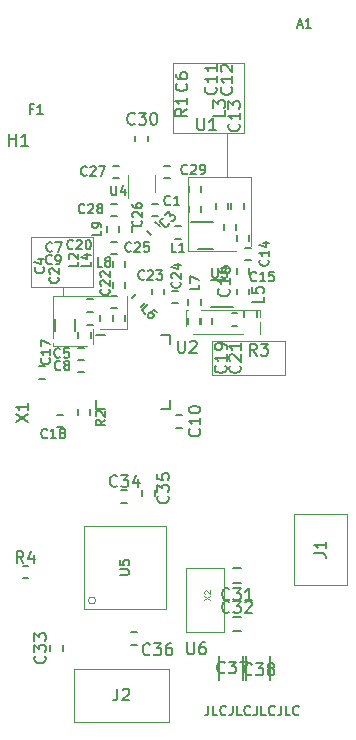
<source format=gbr>
G04 #@! TF.GenerationSoftware,KiCad,Pcbnew,(5.1.4)-1*
G04 #@! TF.CreationDate,2020-12-03T17:16:16+01:00*
G04 #@! TF.ProjectId,LoRa_Balloon,4c6f5261-5f42-4616-9c6c-6f6f6e2e6b69,2*
G04 #@! TF.SameCoordinates,Original*
G04 #@! TF.FileFunction,Legend,Top*
G04 #@! TF.FilePolarity,Positive*
%FSLAX46Y46*%
G04 Gerber Fmt 4.6, Leading zero omitted, Abs format (unit mm)*
G04 Created by KiCad (PCBNEW (5.1.4)-1) date 2020-12-03 17:16:16*
%MOMM*%
%LPD*%
G04 APERTURE LIST*
%ADD10C,0.150000*%
%ADD11C,0.120000*%
%ADD12C,0.080000*%
%ADD13C,0.125000*%
G04 APERTURE END LIST*
D10*
X118054761Y-160561904D02*
X118054761Y-161133333D01*
X118016666Y-161247619D01*
X117940476Y-161323809D01*
X117826190Y-161361904D01*
X117750000Y-161361904D01*
X118816666Y-161361904D02*
X118435714Y-161361904D01*
X118435714Y-160561904D01*
X119540476Y-161285714D02*
X119502380Y-161323809D01*
X119388095Y-161361904D01*
X119311904Y-161361904D01*
X119197619Y-161323809D01*
X119121428Y-161247619D01*
X119083333Y-161171428D01*
X119045238Y-161019047D01*
X119045238Y-160904761D01*
X119083333Y-160752380D01*
X119121428Y-160676190D01*
X119197619Y-160600000D01*
X119311904Y-160561904D01*
X119388095Y-160561904D01*
X119502380Y-160600000D01*
X119540476Y-160638095D01*
X120111904Y-160561904D02*
X120111904Y-161133333D01*
X120073809Y-161247619D01*
X119997619Y-161323809D01*
X119883333Y-161361904D01*
X119807142Y-161361904D01*
X120873809Y-161361904D02*
X120492857Y-161361904D01*
X120492857Y-160561904D01*
X121597619Y-161285714D02*
X121559523Y-161323809D01*
X121445238Y-161361904D01*
X121369047Y-161361904D01*
X121254761Y-161323809D01*
X121178571Y-161247619D01*
X121140476Y-161171428D01*
X121102380Y-161019047D01*
X121102380Y-160904761D01*
X121140476Y-160752380D01*
X121178571Y-160676190D01*
X121254761Y-160600000D01*
X121369047Y-160561904D01*
X121445238Y-160561904D01*
X121559523Y-160600000D01*
X121597619Y-160638095D01*
X122169047Y-160561904D02*
X122169047Y-161133333D01*
X122130952Y-161247619D01*
X122054761Y-161323809D01*
X121940476Y-161361904D01*
X121864285Y-161361904D01*
X122930952Y-161361904D02*
X122550000Y-161361904D01*
X122550000Y-160561904D01*
X123654761Y-161285714D02*
X123616666Y-161323809D01*
X123502380Y-161361904D01*
X123426190Y-161361904D01*
X123311904Y-161323809D01*
X123235714Y-161247619D01*
X123197619Y-161171428D01*
X123159523Y-161019047D01*
X123159523Y-160904761D01*
X123197619Y-160752380D01*
X123235714Y-160676190D01*
X123311904Y-160600000D01*
X123426190Y-160561904D01*
X123502380Y-160561904D01*
X123616666Y-160600000D01*
X123654761Y-160638095D01*
X124226190Y-160561904D02*
X124226190Y-161133333D01*
X124188095Y-161247619D01*
X124111904Y-161323809D01*
X123997619Y-161361904D01*
X123921428Y-161361904D01*
X124988095Y-161361904D02*
X124607142Y-161361904D01*
X124607142Y-160561904D01*
X125711904Y-161285714D02*
X125673809Y-161323809D01*
X125559523Y-161361904D01*
X125483333Y-161361904D01*
X125369047Y-161323809D01*
X125292857Y-161247619D01*
X125254761Y-161171428D01*
X125216666Y-161019047D01*
X125216666Y-160904761D01*
X125254761Y-160752380D01*
X125292857Y-160676190D01*
X125369047Y-160600000D01*
X125483333Y-160561904D01*
X125559523Y-160561904D01*
X125673809Y-160600000D01*
X125711904Y-160638095D01*
D11*
X105751000Y-125836600D02*
X105751000Y-125112700D01*
X104887400Y-130103800D02*
X104887400Y-129824400D01*
X111186600Y-128706800D02*
X111186600Y-125912800D01*
X108913300Y-128706800D02*
X111186600Y-128706800D01*
X108278300Y-129926000D02*
X108278300Y-128706800D01*
X104887400Y-130103800D02*
X107770300Y-130103800D01*
X104887400Y-125836600D02*
X104887400Y-129418000D01*
X109789600Y-125836600D02*
X104887400Y-125836600D01*
X103071300Y-120909000D02*
X108278300Y-120909000D01*
X103071300Y-125100000D02*
X103071300Y-120909000D01*
X108278300Y-125100000D02*
X103071300Y-125100000D01*
X108278300Y-120909000D02*
X108278300Y-125100000D01*
X116723800Y-129075100D02*
X120965600Y-129075100D01*
X122451500Y-128097200D02*
X122451500Y-129075100D01*
X122451500Y-127043100D02*
X122451500Y-127665400D01*
X117447700Y-127043100D02*
X122451500Y-127043100D01*
X116152300Y-127043100D02*
X116304700Y-127043100D01*
X116152300Y-128402000D02*
X116152300Y-127043100D01*
X124572400Y-129672000D02*
X118324000Y-129672000D01*
X124572400Y-132593000D02*
X124572400Y-129672000D01*
X118324000Y-132593000D02*
X124572400Y-132593000D01*
X118324000Y-129672000D02*
X118324000Y-132593000D01*
X119594000Y-112138380D02*
X119594000Y-115803600D01*
X121702200Y-115829000D02*
X121702200Y-121620200D01*
X116292000Y-115829000D02*
X121702200Y-115829000D01*
X116292000Y-122077400D02*
X120406800Y-122077400D01*
X116292000Y-115829000D02*
X116292000Y-122077400D01*
X121029620Y-112090120D02*
X115029620Y-112090120D01*
X121029480Y-106131320D02*
X121029620Y-112090120D01*
X115029620Y-106128740D02*
X121029620Y-106128740D01*
X115029620Y-112087580D02*
X115029620Y-106128780D01*
X125310000Y-150340000D02*
X129810000Y-150340000D01*
X129810000Y-150340000D02*
X129810000Y-144340000D01*
X125310000Y-144340000D02*
X129810000Y-144340000D01*
X125310000Y-150340000D02*
X125310000Y-144340000D01*
D10*
X110502560Y-120445680D02*
X110502560Y-119945680D01*
X109452560Y-119945680D02*
X109452560Y-120445680D01*
X123283460Y-158380860D02*
X123283460Y-156380860D01*
X121233460Y-156380860D02*
X121233460Y-158380860D01*
X118934760Y-156380860D02*
X118934760Y-158380860D01*
X120984760Y-158380860D02*
X120984760Y-156380860D01*
D11*
X106691300Y-157411780D02*
X106691300Y-161911780D01*
X106691300Y-161911780D02*
X114691300Y-161911780D01*
X114691300Y-157411780D02*
X114691300Y-161911780D01*
X106691300Y-157411780D02*
X114691300Y-157411780D01*
D10*
X111492860Y-155383640D02*
X111992860Y-155383640D01*
X111992860Y-154333640D02*
X111492860Y-154333640D01*
D12*
X116180440Y-154282040D02*
X119380440Y-154282040D01*
X119380440Y-154282040D02*
X119380440Y-148882040D01*
X119380440Y-148882040D02*
X116180440Y-148882040D01*
X116180440Y-154282040D02*
X116180440Y-148882040D01*
D11*
X107491020Y-152351540D02*
X107491020Y-145351540D01*
X107491020Y-145351540D02*
X114491020Y-145351540D01*
X114491020Y-152351540D02*
X114491020Y-145351540D01*
X107491020Y-152351540D02*
X114491020Y-152351540D01*
X108491020Y-151651540D02*
G75*
G03X108491020Y-151651540I-300000J0D01*
G01*
D10*
X108919160Y-127511920D02*
X108919160Y-128011920D01*
X109969160Y-128011920D02*
X109969160Y-127511920D01*
X113761120Y-118072600D02*
X113261120Y-118072600D01*
X113261120Y-119122600D02*
X113761120Y-119122600D01*
X108094640Y-129416960D02*
X108094640Y-128916960D01*
X107044640Y-128916960D02*
X107044640Y-129416960D01*
X113927326Y-119976104D02*
X113573772Y-119622550D01*
X112831310Y-120365012D02*
X113184864Y-120718566D01*
X105073720Y-127816400D02*
X105073720Y-128816400D01*
X106773720Y-128816400D02*
X106773720Y-127816400D01*
X107486900Y-130239200D02*
X106986900Y-130239200D01*
X106986900Y-131289200D02*
X107486900Y-131289200D01*
X116396920Y-116541240D02*
X116396920Y-117041240D01*
X117446920Y-117041240D02*
X117446920Y-116541240D01*
X108273880Y-126165040D02*
X107773880Y-126165040D01*
X107773880Y-127215040D02*
X108273880Y-127215040D01*
X106991560Y-132345840D02*
X107491560Y-132345840D01*
X107491560Y-131295840D02*
X106991560Y-131295840D01*
X107773880Y-128292000D02*
X108273880Y-128292000D01*
X108273880Y-127242000D02*
X107773880Y-127242000D01*
X115297780Y-137009280D02*
X115797780Y-137009280D01*
X115797780Y-135959280D02*
X115297780Y-135959280D01*
X119753240Y-118507240D02*
X119753240Y-118007240D01*
X118703240Y-118007240D02*
X118703240Y-118507240D01*
X119998640Y-118007240D02*
X119998640Y-118507240D01*
X121048640Y-118507240D02*
X121048640Y-118007240D01*
X121485520Y-121191600D02*
X121485520Y-120691600D01*
X120435520Y-120691600D02*
X120435520Y-121191600D01*
X121660520Y-121811480D02*
X121160520Y-121811480D01*
X121160520Y-122861480D02*
X121660520Y-122861480D01*
X121485520Y-123996600D02*
X121485520Y-123496600D01*
X120435520Y-123496600D02*
X120435520Y-123996600D01*
X121101000Y-127174100D02*
X121101000Y-127674100D01*
X122151000Y-127674100D02*
X122151000Y-127174100D01*
X104204800Y-131824160D02*
X103704800Y-131824160D01*
X103704800Y-132874160D02*
X104204800Y-132874160D01*
X105261820Y-136958480D02*
X105761820Y-136958480D01*
X105761820Y-135908480D02*
X105261820Y-135908480D01*
X117388500Y-128240520D02*
X117388500Y-127740520D01*
X116338500Y-127740520D02*
X116338500Y-128240520D01*
X110295720Y-125839920D02*
X109795720Y-125839920D01*
X109795720Y-126889920D02*
X110295720Y-126889920D01*
X117349420Y-127740520D02*
X117349420Y-128240520D01*
X118399420Y-128240520D02*
X118399420Y-127740520D01*
X111020720Y-125209880D02*
X111020720Y-124709880D01*
X109970720Y-124709880D02*
X109970720Y-125209880D01*
X113272720Y-125240740D02*
X113272720Y-125740740D01*
X114322720Y-125740740D02*
X114322720Y-125240740D01*
X115510340Y-125413200D02*
X115010340Y-125413200D01*
X115010340Y-126463200D02*
X115510340Y-126463200D01*
X109788100Y-122315380D02*
X110288100Y-122315380D01*
X110288100Y-121265380D02*
X109788100Y-121265380D01*
X111549040Y-120445680D02*
X111549040Y-119945680D01*
X110499040Y-119945680D02*
X110499040Y-120445680D01*
X110471400Y-114872200D02*
X109971400Y-114872200D01*
X109971400Y-115922200D02*
X110471400Y-115922200D01*
X110306720Y-118067520D02*
X109806720Y-118067520D01*
X109806720Y-119117520D02*
X110306720Y-119117520D01*
X114314800Y-115922200D02*
X114814800Y-115922200D01*
X114814800Y-114872200D02*
X114314800Y-114872200D01*
X111880800Y-112287160D02*
X111880800Y-112787160D01*
X112930800Y-112787160D02*
X112930800Y-112287160D01*
X120127920Y-148932040D02*
X120827920Y-148932040D01*
X120827920Y-150132040D02*
X120127920Y-150132040D01*
X120827920Y-154232040D02*
X120127920Y-154232040D01*
X120127920Y-153032040D02*
X120827920Y-153032040D01*
X105719740Y-155957420D02*
X105719740Y-155457420D01*
X104669740Y-155457420D02*
X104669740Y-155957420D01*
X110692340Y-143371980D02*
X111192340Y-143371980D01*
X111192340Y-142321980D02*
X110692340Y-142321980D01*
X112465000Y-142302340D02*
X112465000Y-142802340D01*
X113515000Y-142802340D02*
X113515000Y-142302340D01*
X115724120Y-119962360D02*
X115224120Y-119962360D01*
X115224120Y-121012360D02*
X115724120Y-121012360D01*
X120403480Y-120287360D02*
X120403480Y-119787360D01*
X119353480Y-119787360D02*
X119353480Y-120287360D01*
X111020720Y-128014880D02*
X111020720Y-127514880D01*
X109970720Y-127514880D02*
X109970720Y-128014880D01*
X121485520Y-125739040D02*
X121485520Y-125239040D01*
X120435520Y-125239040D02*
X120435520Y-125739040D01*
X111917404Y-125710232D02*
X111563850Y-126063786D01*
X112306312Y-126806248D02*
X112659866Y-126452694D01*
X117388500Y-126637780D02*
X117388500Y-126137780D01*
X116338500Y-126137780D02*
X116338500Y-126637780D01*
X111020720Y-123450080D02*
X111020720Y-122950080D01*
X109970720Y-122950080D02*
X109970720Y-123450080D01*
X116396920Y-118293840D02*
X116396920Y-118793840D01*
X117446920Y-118793840D02*
X117446920Y-118293840D01*
X107016700Y-135467200D02*
X107016700Y-135967200D01*
X108066700Y-135967200D02*
X108066700Y-135467200D01*
X120014560Y-128398680D02*
X120514560Y-128398680D01*
X120514560Y-127348680D02*
X120014560Y-127348680D01*
X102815840Y-148726540D02*
X102315840Y-148726540D01*
X102315840Y-149776540D02*
X102815840Y-149776540D01*
X117176160Y-121886280D02*
X118476160Y-121886280D01*
X116601160Y-119586280D02*
X118476160Y-119586280D01*
X114844120Y-129163720D02*
X114844120Y-129953720D01*
X108544120Y-135463720D02*
X108544120Y-134673720D01*
X114844120Y-135463720D02*
X114844120Y-134673720D01*
X108544120Y-129163720D02*
X109334120Y-129163720D01*
X108544120Y-135463720D02*
X109334120Y-135463720D01*
X114844120Y-135463720D02*
X114054120Y-135463720D01*
X114844120Y-129163720D02*
X114054120Y-129163720D01*
X120137440Y-126838200D02*
X118262440Y-126838200D01*
X119562440Y-124538200D02*
X118262440Y-124538200D01*
D11*
X111245800Y-115647200D02*
X111245800Y-117547200D01*
X113565800Y-117047200D02*
X113565800Y-115647200D01*
D10*
X103198333Y-110031457D02*
X102931666Y-110031457D01*
X102931666Y-110450504D02*
X102931666Y-109650504D01*
X103312619Y-109650504D01*
X104036428Y-110450504D02*
X103579285Y-110450504D01*
X103807857Y-110450504D02*
X103807857Y-109650504D01*
X103731666Y-109764790D01*
X103655476Y-109840980D01*
X103579285Y-109879076D01*
X116271775Y-155202560D02*
X116271775Y-156012084D01*
X116319394Y-156107322D01*
X116367013Y-156154941D01*
X116462251Y-156202560D01*
X116652727Y-156202560D01*
X116747965Y-156154941D01*
X116795584Y-156107322D01*
X116843203Y-156012084D01*
X116843203Y-155202560D01*
X117747965Y-155202560D02*
X117557489Y-155202560D01*
X117462251Y-155250180D01*
X117414632Y-155297799D01*
X117319394Y-155440656D01*
X117271775Y-155631132D01*
X117271775Y-156012084D01*
X117319394Y-156107322D01*
X117367013Y-156154941D01*
X117462251Y-156202560D01*
X117652727Y-156202560D01*
X117747965Y-156154941D01*
X117795584Y-156107322D01*
X117843203Y-156012084D01*
X117843203Y-155773989D01*
X117795584Y-155678751D01*
X117747965Y-155631132D01*
X117652727Y-155583513D01*
X117462251Y-155583513D01*
X117367013Y-155631132D01*
X117319394Y-155678751D01*
X117271775Y-155773989D01*
X127012380Y-147673333D02*
X127726666Y-147673333D01*
X127869523Y-147720952D01*
X127964761Y-147816190D01*
X128012380Y-147959047D01*
X128012380Y-148054285D01*
X128012380Y-146673333D02*
X128012380Y-147244761D01*
X128012380Y-146959047D02*
X127012380Y-146959047D01*
X127155238Y-147054285D01*
X127250476Y-147149523D01*
X127298095Y-147244761D01*
X125611331Y-102914353D02*
X125992283Y-102914353D01*
X125535140Y-103142924D02*
X125801807Y-102342924D01*
X126068474Y-103142924D01*
X126754188Y-103142924D02*
X126297045Y-103142924D01*
X126525617Y-103142924D02*
X126525617Y-102342924D01*
X126449426Y-102457210D01*
X126373236Y-102533400D01*
X126297045Y-102571496D01*
X108978024Y-120336213D02*
X108978024Y-120717165D01*
X108178024Y-120717165D01*
X108978024Y-120031451D02*
X108978024Y-119879070D01*
X108939929Y-119802880D01*
X108901834Y-119764784D01*
X108787548Y-119688594D01*
X108635167Y-119650499D01*
X108330405Y-119650499D01*
X108254215Y-119688594D01*
X108216120Y-119726689D01*
X108178024Y-119802880D01*
X108178024Y-119955260D01*
X108216120Y-120031451D01*
X108254215Y-120069546D01*
X108330405Y-120107641D01*
X108520881Y-120107641D01*
X108597072Y-120069546D01*
X108635167Y-120031451D01*
X108673262Y-119955260D01*
X108673262Y-119802880D01*
X108635167Y-119726689D01*
X108597072Y-119688594D01*
X108520881Y-119650499D01*
X121734982Y-157882782D02*
X121687363Y-157930401D01*
X121544506Y-157978020D01*
X121449268Y-157978020D01*
X121306411Y-157930401D01*
X121211173Y-157835163D01*
X121163554Y-157739925D01*
X121115935Y-157549449D01*
X121115935Y-157406592D01*
X121163554Y-157216116D01*
X121211173Y-157120878D01*
X121306411Y-157025640D01*
X121449268Y-156978020D01*
X121544506Y-156978020D01*
X121687363Y-157025640D01*
X121734982Y-157073259D01*
X122068316Y-156978020D02*
X122687363Y-156978020D01*
X122354030Y-157358973D01*
X122496887Y-157358973D01*
X122592125Y-157406592D01*
X122639744Y-157454211D01*
X122687363Y-157549449D01*
X122687363Y-157787544D01*
X122639744Y-157882782D01*
X122592125Y-157930401D01*
X122496887Y-157978020D01*
X122211173Y-157978020D01*
X122115935Y-157930401D01*
X122068316Y-157882782D01*
X123258792Y-157406592D02*
X123163554Y-157358973D01*
X123115935Y-157311354D01*
X123068316Y-157216116D01*
X123068316Y-157168497D01*
X123115935Y-157073259D01*
X123163554Y-157025640D01*
X123258792Y-156978020D01*
X123449268Y-156978020D01*
X123544506Y-157025640D01*
X123592125Y-157073259D01*
X123639744Y-157168497D01*
X123639744Y-157216116D01*
X123592125Y-157311354D01*
X123544506Y-157358973D01*
X123449268Y-157406592D01*
X123258792Y-157406592D01*
X123163554Y-157454211D01*
X123115935Y-157501830D01*
X123068316Y-157597068D01*
X123068316Y-157787544D01*
X123115935Y-157882782D01*
X123163554Y-157930401D01*
X123258792Y-157978020D01*
X123449268Y-157978020D01*
X123544506Y-157930401D01*
X123592125Y-157882782D01*
X123639744Y-157787544D01*
X123639744Y-157597068D01*
X123592125Y-157501830D01*
X123544506Y-157454211D01*
X123449268Y-157406592D01*
X119436282Y-157738002D02*
X119388663Y-157785621D01*
X119245806Y-157833240D01*
X119150568Y-157833240D01*
X119007711Y-157785621D01*
X118912473Y-157690383D01*
X118864854Y-157595145D01*
X118817235Y-157404669D01*
X118817235Y-157261812D01*
X118864854Y-157071336D01*
X118912473Y-156976098D01*
X119007711Y-156880860D01*
X119150568Y-156833240D01*
X119245806Y-156833240D01*
X119388663Y-156880860D01*
X119436282Y-156928479D01*
X119769616Y-156833240D02*
X120388663Y-156833240D01*
X120055330Y-157214193D01*
X120198187Y-157214193D01*
X120293425Y-157261812D01*
X120341044Y-157309431D01*
X120388663Y-157404669D01*
X120388663Y-157642764D01*
X120341044Y-157738002D01*
X120293425Y-157785621D01*
X120198187Y-157833240D01*
X119912473Y-157833240D01*
X119817235Y-157785621D01*
X119769616Y-157738002D01*
X120721997Y-156833240D02*
X121388663Y-156833240D01*
X120960092Y-157833240D01*
X110357966Y-159114160D02*
X110357966Y-159828446D01*
X110310347Y-159971303D01*
X110215109Y-160066541D01*
X110072252Y-160114160D01*
X109977014Y-160114160D01*
X110786538Y-159209399D02*
X110834157Y-159161780D01*
X110929395Y-159114160D01*
X111167490Y-159114160D01*
X111262728Y-159161780D01*
X111310347Y-159209399D01*
X111357966Y-159304637D01*
X111357966Y-159399875D01*
X111310347Y-159542732D01*
X110738919Y-160114160D01*
X111357966Y-160114160D01*
X113109142Y-156191142D02*
X113061523Y-156238761D01*
X112918666Y-156286380D01*
X112823428Y-156286380D01*
X112680571Y-156238761D01*
X112585333Y-156143523D01*
X112537714Y-156048285D01*
X112490095Y-155857809D01*
X112490095Y-155714952D01*
X112537714Y-155524476D01*
X112585333Y-155429238D01*
X112680571Y-155334000D01*
X112823428Y-155286380D01*
X112918666Y-155286380D01*
X113061523Y-155334000D01*
X113109142Y-155381619D01*
X113442476Y-155286380D02*
X114061523Y-155286380D01*
X113728190Y-155667333D01*
X113871047Y-155667333D01*
X113966285Y-155714952D01*
X114013904Y-155762571D01*
X114061523Y-155857809D01*
X114061523Y-156095904D01*
X114013904Y-156191142D01*
X113966285Y-156238761D01*
X113871047Y-156286380D01*
X113585333Y-156286380D01*
X113490095Y-156238761D01*
X113442476Y-156191142D01*
X114918666Y-155286380D02*
X114728190Y-155286380D01*
X114632952Y-155334000D01*
X114585333Y-155381619D01*
X114490095Y-155524476D01*
X114442476Y-155714952D01*
X114442476Y-156095904D01*
X114490095Y-156191142D01*
X114537714Y-156238761D01*
X114632952Y-156286380D01*
X114823428Y-156286380D01*
X114918666Y-156238761D01*
X114966285Y-156191142D01*
X115013904Y-156095904D01*
X115013904Y-155857809D01*
X114966285Y-155762571D01*
X114918666Y-155714952D01*
X114823428Y-155667333D01*
X114632952Y-155667333D01*
X114537714Y-155714952D01*
X114490095Y-155762571D01*
X114442476Y-155857809D01*
D13*
X117719990Y-151585481D02*
X118219990Y-151252148D01*
X117719990Y-151252148D02*
X118219990Y-151585481D01*
X117767609Y-151085481D02*
X117743800Y-151061672D01*
X117719990Y-151014053D01*
X117719990Y-150895005D01*
X117743800Y-150847386D01*
X117767609Y-150823577D01*
X117815228Y-150799767D01*
X117862847Y-150799767D01*
X117934276Y-150823577D01*
X118219990Y-151109291D01*
X118219990Y-150799767D01*
D10*
X110552924Y-149461063D02*
X111200543Y-149461063D01*
X111276734Y-149422968D01*
X111314829Y-149384873D01*
X111352924Y-149308682D01*
X111352924Y-149156301D01*
X111314829Y-149080111D01*
X111276734Y-149042016D01*
X111200543Y-149003920D01*
X110552924Y-149003920D01*
X110552924Y-148242016D02*
X110552924Y-148622968D01*
X110933877Y-148661063D01*
X110895781Y-148622968D01*
X110857686Y-148546778D01*
X110857686Y-148356301D01*
X110895781Y-148280111D01*
X110933877Y-148242016D01*
X111010067Y-148203920D01*
X111200543Y-148203920D01*
X111276734Y-148242016D01*
X111314829Y-148280111D01*
X111352924Y-148356301D01*
X111352924Y-148546778D01*
X111314829Y-148622968D01*
X111276734Y-148661063D01*
X107014604Y-122972733D02*
X107014604Y-123353685D01*
X106214604Y-123353685D01*
X106290795Y-122744161D02*
X106252700Y-122706066D01*
X106214604Y-122629876D01*
X106214604Y-122439400D01*
X106252700Y-122363209D01*
X106290795Y-122325114D01*
X106366985Y-122287019D01*
X106443176Y-122287019D01*
X106557461Y-122325114D01*
X107014604Y-122782257D01*
X107014604Y-122287019D01*
X114825166Y-118095914D02*
X114787071Y-118134009D01*
X114672785Y-118172104D01*
X114596595Y-118172104D01*
X114482309Y-118134009D01*
X114406119Y-118057819D01*
X114368023Y-117981628D01*
X114329928Y-117829247D01*
X114329928Y-117714961D01*
X114368023Y-117562580D01*
X114406119Y-117486390D01*
X114482309Y-117410200D01*
X114596595Y-117372104D01*
X114672785Y-117372104D01*
X114787071Y-117410200D01*
X114825166Y-117448295D01*
X115587071Y-118172104D02*
X115129928Y-118172104D01*
X115358500Y-118172104D02*
X115358500Y-117372104D01*
X115282309Y-117486390D01*
X115206119Y-117562580D01*
X115129928Y-117600676D01*
X105300114Y-124293533D02*
X105338209Y-124331628D01*
X105376304Y-124445914D01*
X105376304Y-124522104D01*
X105338209Y-124636390D01*
X105262019Y-124712580D01*
X105185828Y-124750676D01*
X105033447Y-124788771D01*
X104919161Y-124788771D01*
X104766780Y-124750676D01*
X104690590Y-124712580D01*
X104614400Y-124636390D01*
X104576304Y-124522104D01*
X104576304Y-124445914D01*
X104614400Y-124331628D01*
X104652495Y-124293533D01*
X104652495Y-123988771D02*
X104614400Y-123950676D01*
X104576304Y-123874485D01*
X104576304Y-123684009D01*
X104614400Y-123607819D01*
X104652495Y-123569723D01*
X104728685Y-123531628D01*
X104804876Y-123531628D01*
X104919161Y-123569723D01*
X105376304Y-124026866D01*
X105376304Y-123531628D01*
X114710649Y-119732112D02*
X114710649Y-119785987D01*
X114656774Y-119893736D01*
X114602899Y-119947611D01*
X114495150Y-120001486D01*
X114387400Y-120001486D01*
X114306588Y-119974549D01*
X114171901Y-119893736D01*
X114091089Y-119812924D01*
X114010277Y-119678237D01*
X113983339Y-119597425D01*
X113983339Y-119489675D01*
X114037214Y-119381926D01*
X114091089Y-119328051D01*
X114198838Y-119274176D01*
X114252713Y-119274176D01*
X114387400Y-119031739D02*
X114737587Y-118681553D01*
X114764524Y-119085614D01*
X114845336Y-119004802D01*
X114926148Y-118977865D01*
X114980023Y-118977865D01*
X115060835Y-119004802D01*
X115195522Y-119139489D01*
X115222460Y-119220301D01*
X115222460Y-119274176D01*
X115195522Y-119354988D01*
X115033898Y-119516613D01*
X114953086Y-119543550D01*
X114899211Y-119543550D01*
X104055514Y-123455333D02*
X104093609Y-123493428D01*
X104131704Y-123607714D01*
X104131704Y-123683904D01*
X104093609Y-123798190D01*
X104017419Y-123874380D01*
X103941228Y-123912476D01*
X103788847Y-123950571D01*
X103674561Y-123950571D01*
X103522180Y-123912476D01*
X103445990Y-123874380D01*
X103369800Y-123798190D01*
X103331704Y-123683904D01*
X103331704Y-123607714D01*
X103369800Y-123493428D01*
X103407895Y-123455333D01*
X103598371Y-122769619D02*
X104131704Y-122769619D01*
X103293609Y-122960095D02*
X103865038Y-123150571D01*
X103865038Y-122655333D01*
X105503366Y-131011814D02*
X105465271Y-131049909D01*
X105350985Y-131088004D01*
X105274795Y-131088004D01*
X105160509Y-131049909D01*
X105084319Y-130973719D01*
X105046223Y-130897528D01*
X105008128Y-130745147D01*
X105008128Y-130630861D01*
X105046223Y-130478480D01*
X105084319Y-130402290D01*
X105160509Y-130326100D01*
X105274795Y-130288004D01*
X105350985Y-130288004D01*
X105465271Y-130326100D01*
X105503366Y-130364195D01*
X106227176Y-130288004D02*
X105846223Y-130288004D01*
X105808128Y-130668957D01*
X105846223Y-130630861D01*
X105922414Y-130592766D01*
X106112890Y-130592766D01*
X106189080Y-130630861D01*
X106227176Y-130668957D01*
X106265271Y-130745147D01*
X106265271Y-130935623D01*
X106227176Y-131011814D01*
X106189080Y-131049909D01*
X106112890Y-131088004D01*
X105922414Y-131088004D01*
X105846223Y-131049909D01*
X105808128Y-131011814D01*
X116186862Y-107893066D02*
X116234481Y-107940685D01*
X116282100Y-108083542D01*
X116282100Y-108178780D01*
X116234481Y-108321638D01*
X116139243Y-108416876D01*
X116044005Y-108464495D01*
X115853529Y-108512114D01*
X115710672Y-108512114D01*
X115520196Y-108464495D01*
X115424958Y-108416876D01*
X115329720Y-108321638D01*
X115282100Y-108178780D01*
X115282100Y-108083542D01*
X115329720Y-107940685D01*
X115377339Y-107893066D01*
X115282100Y-107035923D02*
X115282100Y-107226400D01*
X115329720Y-107321638D01*
X115377339Y-107369257D01*
X115520196Y-107464495D01*
X115710672Y-107512114D01*
X116091624Y-107512114D01*
X116186862Y-107464495D01*
X116234481Y-107416876D01*
X116282100Y-107321638D01*
X116282100Y-107131161D01*
X116234481Y-107035923D01*
X116186862Y-106988304D01*
X116091624Y-106940685D01*
X115853529Y-106940685D01*
X115758291Y-106988304D01*
X115710672Y-107035923D01*
X115663053Y-107131161D01*
X115663053Y-107321638D01*
X115710672Y-107416876D01*
X115758291Y-107464495D01*
X115853529Y-107512114D01*
X104830266Y-122045614D02*
X104792171Y-122083709D01*
X104677885Y-122121804D01*
X104601695Y-122121804D01*
X104487409Y-122083709D01*
X104411219Y-122007519D01*
X104373123Y-121931328D01*
X104335028Y-121778947D01*
X104335028Y-121664661D01*
X104373123Y-121512280D01*
X104411219Y-121436090D01*
X104487409Y-121359900D01*
X104601695Y-121321804D01*
X104677885Y-121321804D01*
X104792171Y-121359900D01*
X104830266Y-121397995D01*
X105096933Y-121321804D02*
X105630266Y-121321804D01*
X105287409Y-122121804D01*
X105528766Y-132065914D02*
X105490671Y-132104009D01*
X105376385Y-132142104D01*
X105300195Y-132142104D01*
X105185909Y-132104009D01*
X105109719Y-132027819D01*
X105071623Y-131951628D01*
X105033528Y-131799247D01*
X105033528Y-131684961D01*
X105071623Y-131532580D01*
X105109719Y-131456390D01*
X105185909Y-131380200D01*
X105300195Y-131342104D01*
X105376385Y-131342104D01*
X105490671Y-131380200D01*
X105528766Y-131418295D01*
X105985909Y-131684961D02*
X105909719Y-131646866D01*
X105871623Y-131608771D01*
X105833528Y-131532580D01*
X105833528Y-131494485D01*
X105871623Y-131418295D01*
X105909719Y-131380200D01*
X105985909Y-131342104D01*
X106138290Y-131342104D01*
X106214480Y-131380200D01*
X106252576Y-131418295D01*
X106290671Y-131494485D01*
X106290671Y-131532580D01*
X106252576Y-131608771D01*
X106214480Y-131646866D01*
X106138290Y-131684961D01*
X105985909Y-131684961D01*
X105909719Y-131723057D01*
X105871623Y-131761152D01*
X105833528Y-131837342D01*
X105833528Y-131989723D01*
X105871623Y-132065914D01*
X105909719Y-132104009D01*
X105985909Y-132142104D01*
X106138290Y-132142104D01*
X106214480Y-132104009D01*
X106252576Y-132065914D01*
X106290671Y-131989723D01*
X106290671Y-131837342D01*
X106252576Y-131761152D01*
X106214480Y-131723057D01*
X106138290Y-131684961D01*
X104792166Y-123125114D02*
X104754071Y-123163209D01*
X104639785Y-123201304D01*
X104563595Y-123201304D01*
X104449309Y-123163209D01*
X104373119Y-123087019D01*
X104335023Y-123010828D01*
X104296928Y-122858447D01*
X104296928Y-122744161D01*
X104335023Y-122591780D01*
X104373119Y-122515590D01*
X104449309Y-122439400D01*
X104563595Y-122401304D01*
X104639785Y-122401304D01*
X104754071Y-122439400D01*
X104792166Y-122477495D01*
X105173119Y-123201304D02*
X105325500Y-123201304D01*
X105401690Y-123163209D01*
X105439785Y-123125114D01*
X105515976Y-123010828D01*
X105554071Y-122858447D01*
X105554071Y-122553685D01*
X105515976Y-122477495D01*
X105477880Y-122439400D01*
X105401690Y-122401304D01*
X105249309Y-122401304D01*
X105173119Y-122439400D01*
X105135023Y-122477495D01*
X105096928Y-122553685D01*
X105096928Y-122744161D01*
X105135023Y-122820352D01*
X105173119Y-122858447D01*
X105249309Y-122896542D01*
X105401690Y-122896542D01*
X105477880Y-122858447D01*
X105515976Y-122820352D01*
X105554071Y-122744161D01*
X117284142Y-137122057D02*
X117331761Y-137169676D01*
X117379380Y-137312533D01*
X117379380Y-137407771D01*
X117331761Y-137550628D01*
X117236523Y-137645866D01*
X117141285Y-137693485D01*
X116950809Y-137741104D01*
X116807952Y-137741104D01*
X116617476Y-137693485D01*
X116522238Y-137645866D01*
X116427000Y-137550628D01*
X116379380Y-137407771D01*
X116379380Y-137312533D01*
X116427000Y-137169676D01*
X116474619Y-137122057D01*
X117379380Y-136169676D02*
X117379380Y-136741104D01*
X117379380Y-136455390D02*
X116379380Y-136455390D01*
X116522238Y-136550628D01*
X116617476Y-136645866D01*
X116665095Y-136741104D01*
X116379380Y-135550628D02*
X116379380Y-135455390D01*
X116427000Y-135360152D01*
X116474619Y-135312533D01*
X116569857Y-135264914D01*
X116760333Y-135217295D01*
X116998428Y-135217295D01*
X117188904Y-135264914D01*
X117284142Y-135312533D01*
X117331761Y-135360152D01*
X117379380Y-135455390D01*
X117379380Y-135550628D01*
X117331761Y-135645866D01*
X117284142Y-135693485D01*
X117188904Y-135741104D01*
X116998428Y-135788723D01*
X116760333Y-135788723D01*
X116569857Y-135741104D01*
X116474619Y-135693485D01*
X116427000Y-135645866D01*
X116379380Y-135550628D01*
X118658282Y-108176217D02*
X118705901Y-108223836D01*
X118753520Y-108366693D01*
X118753520Y-108461931D01*
X118705901Y-108604788D01*
X118610663Y-108700026D01*
X118515425Y-108747645D01*
X118324949Y-108795264D01*
X118182092Y-108795264D01*
X117991616Y-108747645D01*
X117896378Y-108700026D01*
X117801140Y-108604788D01*
X117753520Y-108461931D01*
X117753520Y-108366693D01*
X117801140Y-108223836D01*
X117848759Y-108176217D01*
X118753520Y-107223836D02*
X118753520Y-107795264D01*
X118753520Y-107509550D02*
X117753520Y-107509550D01*
X117896378Y-107604788D01*
X117991616Y-107700026D01*
X118039235Y-107795264D01*
X118753520Y-106271455D02*
X118753520Y-106842883D01*
X118753520Y-106557169D02*
X117753520Y-106557169D01*
X117896378Y-106652407D01*
X117991616Y-106747645D01*
X118039235Y-106842883D01*
X119999402Y-108199077D02*
X120047021Y-108246696D01*
X120094640Y-108389553D01*
X120094640Y-108484791D01*
X120047021Y-108627648D01*
X119951783Y-108722886D01*
X119856545Y-108770505D01*
X119666069Y-108818124D01*
X119523212Y-108818124D01*
X119332736Y-108770505D01*
X119237498Y-108722886D01*
X119142260Y-108627648D01*
X119094640Y-108484791D01*
X119094640Y-108389553D01*
X119142260Y-108246696D01*
X119189879Y-108199077D01*
X120094640Y-107246696D02*
X120094640Y-107818124D01*
X120094640Y-107532410D02*
X119094640Y-107532410D01*
X119237498Y-107627648D01*
X119332736Y-107722886D01*
X119380355Y-107818124D01*
X119189879Y-106865743D02*
X119142260Y-106818124D01*
X119094640Y-106722886D01*
X119094640Y-106484791D01*
X119142260Y-106389553D01*
X119189879Y-106341934D01*
X119285117Y-106294315D01*
X119380355Y-106294315D01*
X119523212Y-106341934D01*
X120094640Y-106913362D01*
X120094640Y-106294315D01*
X120636942Y-111297877D02*
X120684561Y-111345496D01*
X120732180Y-111488353D01*
X120732180Y-111583591D01*
X120684561Y-111726448D01*
X120589323Y-111821686D01*
X120494085Y-111869305D01*
X120303609Y-111916924D01*
X120160752Y-111916924D01*
X119970276Y-111869305D01*
X119875038Y-111821686D01*
X119779800Y-111726448D01*
X119732180Y-111583591D01*
X119732180Y-111488353D01*
X119779800Y-111345496D01*
X119827419Y-111297877D01*
X120732180Y-110345496D02*
X120732180Y-110916924D01*
X120732180Y-110631210D02*
X119732180Y-110631210D01*
X119875038Y-110726448D01*
X119970276Y-110821686D01*
X120017895Y-110916924D01*
X119732180Y-110012162D02*
X119732180Y-109393115D01*
X120113133Y-109726448D01*
X120113133Y-109583591D01*
X120160752Y-109488353D01*
X120208371Y-109440734D01*
X120303609Y-109393115D01*
X120541704Y-109393115D01*
X120636942Y-109440734D01*
X120684561Y-109488353D01*
X120732180Y-109583591D01*
X120732180Y-109869305D01*
X120684561Y-109964543D01*
X120636942Y-110012162D01*
X123092814Y-122807585D02*
X123130909Y-122845680D01*
X123169004Y-122959966D01*
X123169004Y-123036157D01*
X123130909Y-123150442D01*
X123054719Y-123226633D01*
X122978528Y-123264728D01*
X122826147Y-123302823D01*
X122711861Y-123302823D01*
X122559480Y-123264728D01*
X122483290Y-123226633D01*
X122407100Y-123150442D01*
X122369004Y-123036157D01*
X122369004Y-122959966D01*
X122407100Y-122845680D01*
X122445195Y-122807585D01*
X123169004Y-122045680D02*
X123169004Y-122502823D01*
X123169004Y-122274252D02*
X122369004Y-122274252D01*
X122483290Y-122350442D01*
X122559480Y-122426633D01*
X122597576Y-122502823D01*
X122635671Y-121359966D02*
X123169004Y-121359966D01*
X122330909Y-121550442D02*
X122902338Y-121740919D01*
X122902338Y-121245680D01*
X122102314Y-124547514D02*
X122064219Y-124585609D01*
X121949933Y-124623704D01*
X121873742Y-124623704D01*
X121759457Y-124585609D01*
X121683266Y-124509419D01*
X121645171Y-124433228D01*
X121607076Y-124280847D01*
X121607076Y-124166561D01*
X121645171Y-124014180D01*
X121683266Y-123937990D01*
X121759457Y-123861800D01*
X121873742Y-123823704D01*
X121949933Y-123823704D01*
X122064219Y-123861800D01*
X122102314Y-123899895D01*
X122864219Y-124623704D02*
X122407076Y-124623704D01*
X122635647Y-124623704D02*
X122635647Y-123823704D01*
X122559457Y-123937990D01*
X122483266Y-124014180D01*
X122407076Y-124052276D01*
X123588028Y-123823704D02*
X123207076Y-123823704D01*
X123168980Y-124204657D01*
X123207076Y-124166561D01*
X123283266Y-124128466D01*
X123473742Y-124128466D01*
X123549933Y-124166561D01*
X123588028Y-124204657D01*
X123626123Y-124280847D01*
X123626123Y-124471323D01*
X123588028Y-124547514D01*
X123549933Y-124585609D01*
X123473742Y-124623704D01*
X123283266Y-124623704D01*
X123207076Y-124585609D01*
X123168980Y-124547514D01*
X119758102Y-125273377D02*
X119805721Y-125320996D01*
X119853340Y-125463853D01*
X119853340Y-125559091D01*
X119805721Y-125701948D01*
X119710483Y-125797186D01*
X119615245Y-125844805D01*
X119424769Y-125892424D01*
X119281912Y-125892424D01*
X119091436Y-125844805D01*
X118996198Y-125797186D01*
X118900960Y-125701948D01*
X118853340Y-125559091D01*
X118853340Y-125463853D01*
X118900960Y-125320996D01*
X118948579Y-125273377D01*
X119853340Y-124320996D02*
X119853340Y-124892424D01*
X119853340Y-124606710D02*
X118853340Y-124606710D01*
X118996198Y-124701948D01*
X119091436Y-124797186D01*
X119139055Y-124892424D01*
X118853340Y-123463853D02*
X118853340Y-123654329D01*
X118900960Y-123749567D01*
X118948579Y-123797186D01*
X119091436Y-123892424D01*
X119281912Y-123940043D01*
X119662864Y-123940043D01*
X119758102Y-123892424D01*
X119805721Y-123844805D01*
X119853340Y-123749567D01*
X119853340Y-123559091D01*
X119805721Y-123463853D01*
X119758102Y-123416234D01*
X119662864Y-123368615D01*
X119424769Y-123368615D01*
X119329531Y-123416234D01*
X119281912Y-123463853D01*
X119234293Y-123559091D01*
X119234293Y-123749567D01*
X119281912Y-123844805D01*
X119329531Y-123892424D01*
X119424769Y-123940043D01*
X104563514Y-131138785D02*
X104601609Y-131176880D01*
X104639704Y-131291166D01*
X104639704Y-131367357D01*
X104601609Y-131481642D01*
X104525419Y-131557833D01*
X104449228Y-131595928D01*
X104296847Y-131634023D01*
X104182561Y-131634023D01*
X104030180Y-131595928D01*
X103953990Y-131557833D01*
X103877800Y-131481642D01*
X103839704Y-131367357D01*
X103839704Y-131291166D01*
X103877800Y-131176880D01*
X103915895Y-131138785D01*
X104639704Y-130376880D02*
X104639704Y-130834023D01*
X104639704Y-130605452D02*
X103839704Y-130605452D01*
X103953990Y-130681642D01*
X104030180Y-130757833D01*
X104068276Y-130834023D01*
X103839704Y-130110214D02*
X103839704Y-129576880D01*
X104639704Y-129919738D01*
X104385814Y-137831714D02*
X104347719Y-137869809D01*
X104233433Y-137907904D01*
X104157242Y-137907904D01*
X104042957Y-137869809D01*
X103966766Y-137793619D01*
X103928671Y-137717428D01*
X103890576Y-137565047D01*
X103890576Y-137450761D01*
X103928671Y-137298380D01*
X103966766Y-137222190D01*
X104042957Y-137146000D01*
X104157242Y-137107904D01*
X104233433Y-137107904D01*
X104347719Y-137146000D01*
X104385814Y-137184095D01*
X105147719Y-137907904D02*
X104690576Y-137907904D01*
X104919147Y-137907904D02*
X104919147Y-137107904D01*
X104842957Y-137222190D01*
X104766766Y-137298380D01*
X104690576Y-137336476D01*
X105604861Y-137450761D02*
X105528671Y-137412666D01*
X105490576Y-137374571D01*
X105452480Y-137298380D01*
X105452480Y-137260285D01*
X105490576Y-137184095D01*
X105528671Y-137146000D01*
X105604861Y-137107904D01*
X105757242Y-137107904D01*
X105833433Y-137146000D01*
X105871528Y-137184095D01*
X105909623Y-137260285D01*
X105909623Y-137298380D01*
X105871528Y-137374571D01*
X105833433Y-137412666D01*
X105757242Y-137450761D01*
X105604861Y-137450761D01*
X105528671Y-137488857D01*
X105490576Y-137526952D01*
X105452480Y-137603142D01*
X105452480Y-137755523D01*
X105490576Y-137831714D01*
X105528671Y-137869809D01*
X105604861Y-137907904D01*
X105757242Y-137907904D01*
X105833433Y-137869809D01*
X105871528Y-137831714D01*
X105909623Y-137755523D01*
X105909623Y-137603142D01*
X105871528Y-137526952D01*
X105833433Y-137488857D01*
X105757242Y-137450761D01*
X119493942Y-131762657D02*
X119541561Y-131810276D01*
X119589180Y-131953133D01*
X119589180Y-132048371D01*
X119541561Y-132191228D01*
X119446323Y-132286466D01*
X119351085Y-132334085D01*
X119160609Y-132381704D01*
X119017752Y-132381704D01*
X118827276Y-132334085D01*
X118732038Y-132286466D01*
X118636800Y-132191228D01*
X118589180Y-132048371D01*
X118589180Y-131953133D01*
X118636800Y-131810276D01*
X118684419Y-131762657D01*
X119589180Y-130810276D02*
X119589180Y-131381704D01*
X119589180Y-131095990D02*
X118589180Y-131095990D01*
X118732038Y-131191228D01*
X118827276Y-131286466D01*
X118874895Y-131381704D01*
X119589180Y-130334085D02*
X119589180Y-130143609D01*
X119541561Y-130048371D01*
X119493942Y-130000752D01*
X119351085Y-129905514D01*
X119160609Y-129857895D01*
X118779657Y-129857895D01*
X118684419Y-129905514D01*
X118636800Y-129953133D01*
X118589180Y-130048371D01*
X118589180Y-130238847D01*
X118636800Y-130334085D01*
X118684419Y-130381704D01*
X118779657Y-130429323D01*
X119017752Y-130429323D01*
X119112990Y-130381704D01*
X119160609Y-130334085D01*
X119208228Y-130238847D01*
X119208228Y-130048371D01*
X119160609Y-129953133D01*
X119112990Y-129905514D01*
X119017752Y-129857895D01*
X106582914Y-121842414D02*
X106544819Y-121880509D01*
X106430533Y-121918604D01*
X106354342Y-121918604D01*
X106240057Y-121880509D01*
X106163866Y-121804319D01*
X106125771Y-121728128D01*
X106087676Y-121575747D01*
X106087676Y-121461461D01*
X106125771Y-121309080D01*
X106163866Y-121232890D01*
X106240057Y-121156700D01*
X106354342Y-121118604D01*
X106430533Y-121118604D01*
X106544819Y-121156700D01*
X106582914Y-121194795D01*
X106887676Y-121194795D02*
X106925771Y-121156700D01*
X107001961Y-121118604D01*
X107192438Y-121118604D01*
X107268628Y-121156700D01*
X107306723Y-121194795D01*
X107344819Y-121270985D01*
X107344819Y-121347176D01*
X107306723Y-121461461D01*
X106849580Y-121918604D01*
X107344819Y-121918604D01*
X107840057Y-121118604D02*
X107916247Y-121118604D01*
X107992438Y-121156700D01*
X108030533Y-121194795D01*
X108068628Y-121270985D01*
X108106723Y-121423366D01*
X108106723Y-121613842D01*
X108068628Y-121766223D01*
X108030533Y-121842414D01*
X107992438Y-121880509D01*
X107916247Y-121918604D01*
X107840057Y-121918604D01*
X107763866Y-121880509D01*
X107725771Y-121842414D01*
X107687676Y-121766223D01*
X107649580Y-121613842D01*
X107649580Y-121423366D01*
X107687676Y-121270985D01*
X107725771Y-121194795D01*
X107763866Y-121156700D01*
X107840057Y-121118604D01*
X120700442Y-131762657D02*
X120748061Y-131810276D01*
X120795680Y-131953133D01*
X120795680Y-132048371D01*
X120748061Y-132191228D01*
X120652823Y-132286466D01*
X120557585Y-132334085D01*
X120367109Y-132381704D01*
X120224252Y-132381704D01*
X120033776Y-132334085D01*
X119938538Y-132286466D01*
X119843300Y-132191228D01*
X119795680Y-132048371D01*
X119795680Y-131953133D01*
X119843300Y-131810276D01*
X119890919Y-131762657D01*
X119890919Y-131381704D02*
X119843300Y-131334085D01*
X119795680Y-131238847D01*
X119795680Y-131000752D01*
X119843300Y-130905514D01*
X119890919Y-130857895D01*
X119986157Y-130810276D01*
X120081395Y-130810276D01*
X120224252Y-130857895D01*
X120795680Y-131429323D01*
X120795680Y-130810276D01*
X120795680Y-129857895D02*
X120795680Y-130429323D01*
X120795680Y-130143609D02*
X119795680Y-130143609D01*
X119938538Y-130238847D01*
X120033776Y-130334085D01*
X120081395Y-130429323D01*
X109630814Y-125309485D02*
X109668909Y-125347580D01*
X109707004Y-125461866D01*
X109707004Y-125538057D01*
X109668909Y-125652342D01*
X109592719Y-125728533D01*
X109516528Y-125766628D01*
X109364147Y-125804723D01*
X109249861Y-125804723D01*
X109097480Y-125766628D01*
X109021290Y-125728533D01*
X108945100Y-125652342D01*
X108907004Y-125538057D01*
X108907004Y-125461866D01*
X108945100Y-125347580D01*
X108983195Y-125309485D01*
X108983195Y-125004723D02*
X108945100Y-124966628D01*
X108907004Y-124890438D01*
X108907004Y-124699961D01*
X108945100Y-124623771D01*
X108983195Y-124585676D01*
X109059385Y-124547580D01*
X109135576Y-124547580D01*
X109249861Y-124585676D01*
X109707004Y-125042819D01*
X109707004Y-124547580D01*
X108983195Y-124242819D02*
X108945100Y-124204723D01*
X108907004Y-124128533D01*
X108907004Y-123938057D01*
X108945100Y-123861866D01*
X108983195Y-123823771D01*
X109059385Y-123785676D01*
X109135576Y-123785676D01*
X109249861Y-123823771D01*
X109707004Y-124280914D01*
X109707004Y-123785676D01*
X112628114Y-124407814D02*
X112590019Y-124445909D01*
X112475733Y-124484004D01*
X112399542Y-124484004D01*
X112285257Y-124445909D01*
X112209066Y-124369719D01*
X112170971Y-124293528D01*
X112132876Y-124141147D01*
X112132876Y-124026861D01*
X112170971Y-123874480D01*
X112209066Y-123798290D01*
X112285257Y-123722100D01*
X112399542Y-123684004D01*
X112475733Y-123684004D01*
X112590019Y-123722100D01*
X112628114Y-123760195D01*
X112932876Y-123760195D02*
X112970971Y-123722100D01*
X113047161Y-123684004D01*
X113237638Y-123684004D01*
X113313828Y-123722100D01*
X113351923Y-123760195D01*
X113390019Y-123836385D01*
X113390019Y-123912576D01*
X113351923Y-124026861D01*
X112894780Y-124484004D01*
X113390019Y-124484004D01*
X113656685Y-123684004D02*
X114151923Y-123684004D01*
X113885257Y-123988766D01*
X113999542Y-123988766D01*
X114075733Y-124026861D01*
X114113828Y-124064957D01*
X114151923Y-124141147D01*
X114151923Y-124331623D01*
X114113828Y-124407814D01*
X114075733Y-124445909D01*
X113999542Y-124484004D01*
X113770971Y-124484004D01*
X113694780Y-124445909D01*
X113656685Y-124407814D01*
X115632834Y-124664325D02*
X115670929Y-124702420D01*
X115709024Y-124816706D01*
X115709024Y-124892897D01*
X115670929Y-125007182D01*
X115594739Y-125083373D01*
X115518548Y-125121468D01*
X115366167Y-125159563D01*
X115251881Y-125159563D01*
X115099500Y-125121468D01*
X115023310Y-125083373D01*
X114947120Y-125007182D01*
X114909024Y-124892897D01*
X114909024Y-124816706D01*
X114947120Y-124702420D01*
X114985215Y-124664325D01*
X114985215Y-124359563D02*
X114947120Y-124321468D01*
X114909024Y-124245278D01*
X114909024Y-124054801D01*
X114947120Y-123978611D01*
X114985215Y-123940516D01*
X115061405Y-123902420D01*
X115137596Y-123902420D01*
X115251881Y-123940516D01*
X115709024Y-124397659D01*
X115709024Y-123902420D01*
X115175691Y-123216706D02*
X115709024Y-123216706D01*
X114870929Y-123407182D02*
X115442358Y-123597659D01*
X115442358Y-123102420D01*
X111497814Y-122058314D02*
X111459719Y-122096409D01*
X111345433Y-122134504D01*
X111269242Y-122134504D01*
X111154957Y-122096409D01*
X111078766Y-122020219D01*
X111040671Y-121944028D01*
X111002576Y-121791647D01*
X111002576Y-121677361D01*
X111040671Y-121524980D01*
X111078766Y-121448790D01*
X111154957Y-121372600D01*
X111269242Y-121334504D01*
X111345433Y-121334504D01*
X111459719Y-121372600D01*
X111497814Y-121410695D01*
X111802576Y-121410695D02*
X111840671Y-121372600D01*
X111916861Y-121334504D01*
X112107338Y-121334504D01*
X112183528Y-121372600D01*
X112221623Y-121410695D01*
X112259719Y-121486885D01*
X112259719Y-121563076D01*
X112221623Y-121677361D01*
X111764480Y-122134504D01*
X112259719Y-122134504D01*
X112983528Y-121334504D02*
X112602576Y-121334504D01*
X112564480Y-121715457D01*
X112602576Y-121677361D01*
X112678766Y-121639266D01*
X112869242Y-121639266D01*
X112945433Y-121677361D01*
X112983528Y-121715457D01*
X113021623Y-121791647D01*
X113021623Y-121982123D01*
X112983528Y-122058314D01*
X112945433Y-122096409D01*
X112869242Y-122134504D01*
X112678766Y-122134504D01*
X112602576Y-122096409D01*
X112564480Y-122058314D01*
X112348614Y-119492885D02*
X112386709Y-119530980D01*
X112424804Y-119645266D01*
X112424804Y-119721457D01*
X112386709Y-119835742D01*
X112310519Y-119911933D01*
X112234328Y-119950028D01*
X112081947Y-119988123D01*
X111967661Y-119988123D01*
X111815280Y-119950028D01*
X111739090Y-119911933D01*
X111662900Y-119835742D01*
X111624804Y-119721457D01*
X111624804Y-119645266D01*
X111662900Y-119530980D01*
X111700995Y-119492885D01*
X111700995Y-119188123D02*
X111662900Y-119150028D01*
X111624804Y-119073838D01*
X111624804Y-118883361D01*
X111662900Y-118807171D01*
X111700995Y-118769076D01*
X111777185Y-118730980D01*
X111853376Y-118730980D01*
X111967661Y-118769076D01*
X112424804Y-119226219D01*
X112424804Y-118730980D01*
X111624804Y-118045266D02*
X111624804Y-118197647D01*
X111662900Y-118273838D01*
X111700995Y-118311933D01*
X111815280Y-118388123D01*
X111967661Y-118426219D01*
X112272423Y-118426219D01*
X112348614Y-118388123D01*
X112386709Y-118350028D01*
X112424804Y-118273838D01*
X112424804Y-118121457D01*
X112386709Y-118045266D01*
X112348614Y-118007171D01*
X112272423Y-117969076D01*
X112081947Y-117969076D01*
X112005757Y-118007171D01*
X111967661Y-118045266D01*
X111929566Y-118121457D01*
X111929566Y-118273838D01*
X111967661Y-118350028D01*
X112005757Y-118388123D01*
X112081947Y-118426219D01*
X107751314Y-115619414D02*
X107713219Y-115657509D01*
X107598933Y-115695604D01*
X107522742Y-115695604D01*
X107408457Y-115657509D01*
X107332266Y-115581319D01*
X107294171Y-115505128D01*
X107256076Y-115352747D01*
X107256076Y-115238461D01*
X107294171Y-115086080D01*
X107332266Y-115009890D01*
X107408457Y-114933700D01*
X107522742Y-114895604D01*
X107598933Y-114895604D01*
X107713219Y-114933700D01*
X107751314Y-114971795D01*
X108056076Y-114971795D02*
X108094171Y-114933700D01*
X108170361Y-114895604D01*
X108360838Y-114895604D01*
X108437028Y-114933700D01*
X108475123Y-114971795D01*
X108513219Y-115047985D01*
X108513219Y-115124176D01*
X108475123Y-115238461D01*
X108017980Y-115695604D01*
X108513219Y-115695604D01*
X108779885Y-114895604D02*
X109313219Y-114895604D01*
X108970361Y-115695604D01*
X107560814Y-118794414D02*
X107522719Y-118832509D01*
X107408433Y-118870604D01*
X107332242Y-118870604D01*
X107217957Y-118832509D01*
X107141766Y-118756319D01*
X107103671Y-118680128D01*
X107065576Y-118527747D01*
X107065576Y-118413461D01*
X107103671Y-118261080D01*
X107141766Y-118184890D01*
X107217957Y-118108700D01*
X107332242Y-118070604D01*
X107408433Y-118070604D01*
X107522719Y-118108700D01*
X107560814Y-118146795D01*
X107865576Y-118146795D02*
X107903671Y-118108700D01*
X107979861Y-118070604D01*
X108170338Y-118070604D01*
X108246528Y-118108700D01*
X108284623Y-118146795D01*
X108322719Y-118222985D01*
X108322719Y-118299176D01*
X108284623Y-118413461D01*
X107827480Y-118870604D01*
X108322719Y-118870604D01*
X108779861Y-118413461D02*
X108703671Y-118375366D01*
X108665576Y-118337271D01*
X108627480Y-118261080D01*
X108627480Y-118222985D01*
X108665576Y-118146795D01*
X108703671Y-118108700D01*
X108779861Y-118070604D01*
X108932242Y-118070604D01*
X109008433Y-118108700D01*
X109046528Y-118146795D01*
X109084623Y-118222985D01*
X109084623Y-118261080D01*
X109046528Y-118337271D01*
X109008433Y-118375366D01*
X108932242Y-118413461D01*
X108779861Y-118413461D01*
X108703671Y-118451557D01*
X108665576Y-118489652D01*
X108627480Y-118565842D01*
X108627480Y-118718223D01*
X108665576Y-118794414D01*
X108703671Y-118832509D01*
X108779861Y-118870604D01*
X108932242Y-118870604D01*
X109008433Y-118832509D01*
X109046528Y-118794414D01*
X109084623Y-118718223D01*
X109084623Y-118565842D01*
X109046528Y-118489652D01*
X109008433Y-118451557D01*
X108932242Y-118413461D01*
X116247614Y-115467014D02*
X116209519Y-115505109D01*
X116095233Y-115543204D01*
X116019042Y-115543204D01*
X115904757Y-115505109D01*
X115828566Y-115428919D01*
X115790471Y-115352728D01*
X115752376Y-115200347D01*
X115752376Y-115086061D01*
X115790471Y-114933680D01*
X115828566Y-114857490D01*
X115904757Y-114781300D01*
X116019042Y-114743204D01*
X116095233Y-114743204D01*
X116209519Y-114781300D01*
X116247614Y-114819395D01*
X116552376Y-114819395D02*
X116590471Y-114781300D01*
X116666661Y-114743204D01*
X116857138Y-114743204D01*
X116933328Y-114781300D01*
X116971423Y-114819395D01*
X117009519Y-114895585D01*
X117009519Y-114971776D01*
X116971423Y-115086061D01*
X116514280Y-115543204D01*
X117009519Y-115543204D01*
X117390471Y-115543204D02*
X117542852Y-115543204D01*
X117619042Y-115505109D01*
X117657138Y-115467014D01*
X117733328Y-115352728D01*
X117771423Y-115200347D01*
X117771423Y-114895585D01*
X117733328Y-114819395D01*
X117695233Y-114781300D01*
X117619042Y-114743204D01*
X117466661Y-114743204D01*
X117390471Y-114781300D01*
X117352376Y-114819395D01*
X117314280Y-114895585D01*
X117314280Y-115086061D01*
X117352376Y-115162252D01*
X117390471Y-115200347D01*
X117466661Y-115238442D01*
X117619042Y-115238442D01*
X117695233Y-115200347D01*
X117733328Y-115162252D01*
X117771423Y-115086061D01*
X111808662Y-111276322D02*
X111761043Y-111323941D01*
X111618186Y-111371560D01*
X111522948Y-111371560D01*
X111380091Y-111323941D01*
X111284853Y-111228703D01*
X111237234Y-111133465D01*
X111189615Y-110942989D01*
X111189615Y-110800132D01*
X111237234Y-110609656D01*
X111284853Y-110514418D01*
X111380091Y-110419180D01*
X111522948Y-110371560D01*
X111618186Y-110371560D01*
X111761043Y-110419180D01*
X111808662Y-110466799D01*
X112141996Y-110371560D02*
X112761043Y-110371560D01*
X112427710Y-110752513D01*
X112570567Y-110752513D01*
X112665805Y-110800132D01*
X112713424Y-110847751D01*
X112761043Y-110942989D01*
X112761043Y-111181084D01*
X112713424Y-111276322D01*
X112665805Y-111323941D01*
X112570567Y-111371560D01*
X112284853Y-111371560D01*
X112189615Y-111323941D01*
X112141996Y-111276322D01*
X113380091Y-110371560D02*
X113475329Y-110371560D01*
X113570567Y-110419180D01*
X113618186Y-110466799D01*
X113665805Y-110562037D01*
X113713424Y-110752513D01*
X113713424Y-110990608D01*
X113665805Y-111181084D01*
X113618186Y-111276322D01*
X113570567Y-111323941D01*
X113475329Y-111371560D01*
X113380091Y-111371560D01*
X113284853Y-111323941D01*
X113237234Y-111276322D01*
X113189615Y-111181084D01*
X113141996Y-110990608D01*
X113141996Y-110752513D01*
X113189615Y-110562037D01*
X113237234Y-110466799D01*
X113284853Y-110419180D01*
X113380091Y-110371560D01*
X119835062Y-151530022D02*
X119787443Y-151577641D01*
X119644586Y-151625260D01*
X119549348Y-151625260D01*
X119406491Y-151577641D01*
X119311253Y-151482403D01*
X119263634Y-151387165D01*
X119216015Y-151196689D01*
X119216015Y-151053832D01*
X119263634Y-150863356D01*
X119311253Y-150768118D01*
X119406491Y-150672880D01*
X119549348Y-150625260D01*
X119644586Y-150625260D01*
X119787443Y-150672880D01*
X119835062Y-150720499D01*
X120168396Y-150625260D02*
X120787443Y-150625260D01*
X120454110Y-151006213D01*
X120596967Y-151006213D01*
X120692205Y-151053832D01*
X120739824Y-151101451D01*
X120787443Y-151196689D01*
X120787443Y-151434784D01*
X120739824Y-151530022D01*
X120692205Y-151577641D01*
X120596967Y-151625260D01*
X120311253Y-151625260D01*
X120216015Y-151577641D01*
X120168396Y-151530022D01*
X121739824Y-151625260D02*
X121168396Y-151625260D01*
X121454110Y-151625260D02*
X121454110Y-150625260D01*
X121358872Y-150768118D01*
X121263634Y-150863356D01*
X121168396Y-150910975D01*
X119835062Y-152617582D02*
X119787443Y-152665201D01*
X119644586Y-152712820D01*
X119549348Y-152712820D01*
X119406491Y-152665201D01*
X119311253Y-152569963D01*
X119263634Y-152474725D01*
X119216015Y-152284249D01*
X119216015Y-152141392D01*
X119263634Y-151950916D01*
X119311253Y-151855678D01*
X119406491Y-151760440D01*
X119549348Y-151712820D01*
X119644586Y-151712820D01*
X119787443Y-151760440D01*
X119835062Y-151808059D01*
X120168396Y-151712820D02*
X120787443Y-151712820D01*
X120454110Y-152093773D01*
X120596967Y-152093773D01*
X120692205Y-152141392D01*
X120739824Y-152189011D01*
X120787443Y-152284249D01*
X120787443Y-152522344D01*
X120739824Y-152617582D01*
X120692205Y-152665201D01*
X120596967Y-152712820D01*
X120311253Y-152712820D01*
X120216015Y-152665201D01*
X120168396Y-152617582D01*
X121168396Y-151808059D02*
X121216015Y-151760440D01*
X121311253Y-151712820D01*
X121549348Y-151712820D01*
X121644586Y-151760440D01*
X121692205Y-151808059D01*
X121739824Y-151903297D01*
X121739824Y-151998535D01*
X121692205Y-152141392D01*
X121120777Y-152712820D01*
X121739824Y-152712820D01*
X104203142Y-156350277D02*
X104250761Y-156397896D01*
X104298380Y-156540753D01*
X104298380Y-156635991D01*
X104250761Y-156778848D01*
X104155523Y-156874086D01*
X104060285Y-156921705D01*
X103869809Y-156969324D01*
X103726952Y-156969324D01*
X103536476Y-156921705D01*
X103441238Y-156874086D01*
X103346000Y-156778848D01*
X103298380Y-156635991D01*
X103298380Y-156540753D01*
X103346000Y-156397896D01*
X103393619Y-156350277D01*
X103298380Y-156016943D02*
X103298380Y-155397896D01*
X103679333Y-155731229D01*
X103679333Y-155588372D01*
X103726952Y-155493134D01*
X103774571Y-155445515D01*
X103869809Y-155397896D01*
X104107904Y-155397896D01*
X104203142Y-155445515D01*
X104250761Y-155493134D01*
X104298380Y-155588372D01*
X104298380Y-155874086D01*
X104250761Y-155969324D01*
X104203142Y-156016943D01*
X103298380Y-155064562D02*
X103298380Y-154445515D01*
X103679333Y-154778848D01*
X103679333Y-154635991D01*
X103726952Y-154540753D01*
X103774571Y-154493134D01*
X103869809Y-154445515D01*
X104107904Y-154445515D01*
X104203142Y-154493134D01*
X104250761Y-154540753D01*
X104298380Y-154635991D01*
X104298380Y-154921705D01*
X104250761Y-155016943D01*
X104203142Y-155064562D01*
X110315142Y-141941742D02*
X110267523Y-141989361D01*
X110124666Y-142036980D01*
X110029428Y-142036980D01*
X109886571Y-141989361D01*
X109791333Y-141894123D01*
X109743714Y-141798885D01*
X109696095Y-141608409D01*
X109696095Y-141465552D01*
X109743714Y-141275076D01*
X109791333Y-141179838D01*
X109886571Y-141084600D01*
X110029428Y-141036980D01*
X110124666Y-141036980D01*
X110267523Y-141084600D01*
X110315142Y-141132219D01*
X110648476Y-141036980D02*
X111267523Y-141036980D01*
X110934190Y-141417933D01*
X111077047Y-141417933D01*
X111172285Y-141465552D01*
X111219904Y-141513171D01*
X111267523Y-141608409D01*
X111267523Y-141846504D01*
X111219904Y-141941742D01*
X111172285Y-141989361D01*
X111077047Y-142036980D01*
X110791333Y-142036980D01*
X110696095Y-141989361D01*
X110648476Y-141941742D01*
X112124666Y-141370314D02*
X112124666Y-142036980D01*
X111886571Y-140989361D02*
X111648476Y-141703647D01*
X112267523Y-141703647D01*
X114617142Y-142786257D02*
X114664761Y-142833876D01*
X114712380Y-142976733D01*
X114712380Y-143071971D01*
X114664761Y-143214828D01*
X114569523Y-143310066D01*
X114474285Y-143357685D01*
X114283809Y-143405304D01*
X114140952Y-143405304D01*
X113950476Y-143357685D01*
X113855238Y-143310066D01*
X113760000Y-143214828D01*
X113712380Y-143071971D01*
X113712380Y-142976733D01*
X113760000Y-142833876D01*
X113807619Y-142786257D01*
X113712380Y-142452923D02*
X113712380Y-141833876D01*
X114093333Y-142167209D01*
X114093333Y-142024352D01*
X114140952Y-141929114D01*
X114188571Y-141881495D01*
X114283809Y-141833876D01*
X114521904Y-141833876D01*
X114617142Y-141881495D01*
X114664761Y-141929114D01*
X114712380Y-142024352D01*
X114712380Y-142310066D01*
X114664761Y-142405304D01*
X114617142Y-142452923D01*
X113712380Y-140929114D02*
X113712380Y-141405304D01*
X114188571Y-141452923D01*
X114140952Y-141405304D01*
X114093333Y-141310066D01*
X114093333Y-141071971D01*
X114140952Y-140976733D01*
X114188571Y-140929114D01*
X114283809Y-140881495D01*
X114521904Y-140881495D01*
X114617142Y-140929114D01*
X114664761Y-140976733D01*
X114712380Y-141071971D01*
X114712380Y-141310066D01*
X114664761Y-141405304D01*
X114617142Y-141452923D01*
X101204495Y-113144780D02*
X101204495Y-112144780D01*
X101204495Y-112620971D02*
X101775923Y-112620971D01*
X101775923Y-113144780D02*
X101775923Y-112144780D01*
X102775923Y-113144780D02*
X102204495Y-113144780D01*
X102490209Y-113144780D02*
X102490209Y-112144780D01*
X102394971Y-112287638D01*
X102299733Y-112382876D01*
X102204495Y-112430495D01*
X115320466Y-122159904D02*
X114939514Y-122159904D01*
X114939514Y-121359904D01*
X116006180Y-122159904D02*
X115549038Y-122159904D01*
X115777609Y-122159904D02*
X115777609Y-121359904D01*
X115701419Y-121474190D01*
X115625228Y-121550380D01*
X115549038Y-121588476D01*
X119474880Y-110166366D02*
X119474880Y-110642557D01*
X118474880Y-110642557D01*
X118474880Y-109928271D02*
X118474880Y-109309223D01*
X118855833Y-109642557D01*
X118855833Y-109499700D01*
X118903452Y-109404461D01*
X118951071Y-109356842D01*
X119046309Y-109309223D01*
X119284404Y-109309223D01*
X119379642Y-109356842D01*
X119427261Y-109404461D01*
X119474880Y-109499700D01*
X119474880Y-109785414D01*
X119427261Y-109880652D01*
X119379642Y-109928271D01*
X108081404Y-122972733D02*
X108081404Y-123353685D01*
X107281404Y-123353685D01*
X107548071Y-122363209D02*
X108081404Y-122363209D01*
X107243309Y-122553685D02*
X107814738Y-122744161D01*
X107814738Y-122248923D01*
X122738780Y-125927066D02*
X122738780Y-126403257D01*
X121738780Y-126403257D01*
X121738780Y-125117542D02*
X121738780Y-125593733D01*
X122214971Y-125641352D01*
X122167352Y-125593733D01*
X122119733Y-125498495D01*
X122119733Y-125260400D01*
X122167352Y-125165161D01*
X122214971Y-125117542D01*
X122310209Y-125069923D01*
X122548304Y-125069923D01*
X122643542Y-125117542D01*
X122691161Y-125165161D01*
X122738780Y-125260400D01*
X122738780Y-125498495D01*
X122691161Y-125593733D01*
X122643542Y-125641352D01*
X112677913Y-127369824D02*
X112408539Y-127100450D01*
X112974225Y-126534764D01*
X113674597Y-127235137D02*
X113566848Y-127127387D01*
X113486035Y-127100450D01*
X113432161Y-127100450D01*
X113297474Y-127127387D01*
X113162787Y-127208200D01*
X112947287Y-127423699D01*
X112920350Y-127504511D01*
X112920350Y-127558386D01*
X112947287Y-127639198D01*
X113055037Y-127746948D01*
X113135849Y-127773885D01*
X113189724Y-127773885D01*
X113270536Y-127746948D01*
X113405223Y-127612261D01*
X113432161Y-127531448D01*
X113432161Y-127477574D01*
X113405223Y-127396761D01*
X113297474Y-127289012D01*
X113216661Y-127262074D01*
X113162787Y-127262074D01*
X113081974Y-127289012D01*
X117288904Y-124928533D02*
X117288904Y-125309485D01*
X116488904Y-125309485D01*
X116488904Y-124738057D02*
X116488904Y-124204723D01*
X117288904Y-124547580D01*
X109072066Y-123391804D02*
X108691114Y-123391804D01*
X108691114Y-122591804D01*
X109453019Y-122934661D02*
X109376828Y-122896566D01*
X109338733Y-122858471D01*
X109300638Y-122782280D01*
X109300638Y-122744185D01*
X109338733Y-122667995D01*
X109376828Y-122629900D01*
X109453019Y-122591804D01*
X109605400Y-122591804D01*
X109681590Y-122629900D01*
X109719685Y-122667995D01*
X109757780Y-122744185D01*
X109757780Y-122782280D01*
X109719685Y-122858471D01*
X109681590Y-122896566D01*
X109605400Y-122934661D01*
X109453019Y-122934661D01*
X109376828Y-122972757D01*
X109338733Y-123010852D01*
X109300638Y-123087042D01*
X109300638Y-123239423D01*
X109338733Y-123315614D01*
X109376828Y-123353709D01*
X109453019Y-123391804D01*
X109605400Y-123391804D01*
X109681590Y-123353709D01*
X109719685Y-123315614D01*
X109757780Y-123239423D01*
X109757780Y-123087042D01*
X109719685Y-123010852D01*
X109681590Y-122972757D01*
X109605400Y-122934661D01*
X116251620Y-110026666D02*
X115775430Y-110360000D01*
X116251620Y-110598095D02*
X115251620Y-110598095D01*
X115251620Y-110217142D01*
X115299240Y-110121904D01*
X115346859Y-110074285D01*
X115442097Y-110026666D01*
X115584954Y-110026666D01*
X115680192Y-110074285D01*
X115727811Y-110121904D01*
X115775430Y-110217142D01*
X115775430Y-110598095D01*
X116251620Y-109074285D02*
X116251620Y-109645714D01*
X116251620Y-109360000D02*
X115251620Y-109360000D01*
X115394478Y-109455238D01*
X115489716Y-109550476D01*
X115537335Y-109645714D01*
X109300604Y-136371233D02*
X108919652Y-136637900D01*
X109300604Y-136828376D02*
X108500604Y-136828376D01*
X108500604Y-136523614D01*
X108538700Y-136447423D01*
X108576795Y-136409328D01*
X108652985Y-136371233D01*
X108767271Y-136371233D01*
X108843461Y-136409328D01*
X108881557Y-136447423D01*
X108919652Y-136523614D01*
X108919652Y-136828376D01*
X108576795Y-136066471D02*
X108538700Y-136028376D01*
X108500604Y-135952185D01*
X108500604Y-135761709D01*
X108538700Y-135685519D01*
X108576795Y-135647423D01*
X108652985Y-135609328D01*
X108729176Y-135609328D01*
X108843461Y-135647423D01*
X109300604Y-136104566D01*
X109300604Y-135609328D01*
X122145133Y-130911780D02*
X121811800Y-130435590D01*
X121573704Y-130911780D02*
X121573704Y-129911780D01*
X121954657Y-129911780D01*
X122049895Y-129959400D01*
X122097514Y-130007019D01*
X122145133Y-130102257D01*
X122145133Y-130245114D01*
X122097514Y-130340352D01*
X122049895Y-130387971D01*
X121954657Y-130435590D01*
X121573704Y-130435590D01*
X122478466Y-129911780D02*
X123097514Y-129911780D01*
X122764180Y-130292733D01*
X122907038Y-130292733D01*
X123002276Y-130340352D01*
X123049895Y-130387971D01*
X123097514Y-130483209D01*
X123097514Y-130721304D01*
X123049895Y-130816542D01*
X123002276Y-130864161D01*
X122907038Y-130911780D01*
X122621323Y-130911780D01*
X122526085Y-130864161D01*
X122478466Y-130816542D01*
X102399173Y-148488580D02*
X102065840Y-148012390D01*
X101827744Y-148488580D02*
X101827744Y-147488580D01*
X102208697Y-147488580D01*
X102303935Y-147536200D01*
X102351554Y-147583819D01*
X102399173Y-147679057D01*
X102399173Y-147821914D01*
X102351554Y-147917152D01*
X102303935Y-147964771D01*
X102208697Y-148012390D01*
X101827744Y-148012390D01*
X103256316Y-147821914D02*
X103256316Y-148488580D01*
X103018220Y-147440961D02*
X102780125Y-148155247D01*
X103399173Y-148155247D01*
X117125215Y-110836380D02*
X117125215Y-111645904D01*
X117172834Y-111741142D01*
X117220453Y-111788761D01*
X117315691Y-111836380D01*
X117506167Y-111836380D01*
X117601405Y-111788761D01*
X117649024Y-111741142D01*
X117696643Y-111645904D01*
X117696643Y-110836380D01*
X118696643Y-111836380D02*
X118125215Y-111836380D01*
X118410929Y-111836380D02*
X118410929Y-110836380D01*
X118315691Y-110979238D01*
X118220453Y-111074476D01*
X118125215Y-111122095D01*
X115491995Y-129670480D02*
X115491995Y-130480004D01*
X115539614Y-130575242D01*
X115587233Y-130622861D01*
X115682471Y-130670480D01*
X115872947Y-130670480D01*
X115968185Y-130622861D01*
X116015804Y-130575242D01*
X116063423Y-130480004D01*
X116063423Y-129670480D01*
X116491995Y-129765719D02*
X116539614Y-129718100D01*
X116634852Y-129670480D01*
X116872947Y-129670480D01*
X116968185Y-129718100D01*
X117015804Y-129765719D01*
X117063423Y-129860957D01*
X117063423Y-129956195D01*
X117015804Y-130099052D01*
X116444376Y-130670480D01*
X117063423Y-130670480D01*
X118374876Y-123531604D02*
X118374876Y-124179223D01*
X118412971Y-124255414D01*
X118451066Y-124293509D01*
X118527257Y-124331604D01*
X118679638Y-124331604D01*
X118755828Y-124293509D01*
X118793923Y-124255414D01*
X118832019Y-124179223D01*
X118832019Y-123531604D01*
X119136780Y-123531604D02*
X119632019Y-123531604D01*
X119365352Y-123836366D01*
X119479638Y-123836366D01*
X119555828Y-123874461D01*
X119593923Y-123912557D01*
X119632019Y-123988747D01*
X119632019Y-124179223D01*
X119593923Y-124255414D01*
X119555828Y-124293509D01*
X119479638Y-124331604D01*
X119251066Y-124331604D01*
X119174876Y-124293509D01*
X119136780Y-124255414D01*
X109815076Y-116546604D02*
X109815076Y-117194223D01*
X109853171Y-117270414D01*
X109891266Y-117308509D01*
X109967457Y-117346604D01*
X110119838Y-117346604D01*
X110196028Y-117308509D01*
X110234123Y-117270414D01*
X110272219Y-117194223D01*
X110272219Y-116546604D01*
X110996028Y-116813271D02*
X110996028Y-117346604D01*
X110805552Y-116508509D02*
X110615076Y-117079938D01*
X111110314Y-117079938D01*
X101774380Y-136539423D02*
X102774380Y-135872757D01*
X101774380Y-135872757D02*
X102774380Y-136539423D01*
X102774380Y-134967995D02*
X102774380Y-135539423D01*
X102774380Y-135253709D02*
X101774380Y-135253709D01*
X101917238Y-135348947D01*
X102012476Y-135444185D01*
X102060095Y-135539423D01*
M02*

</source>
